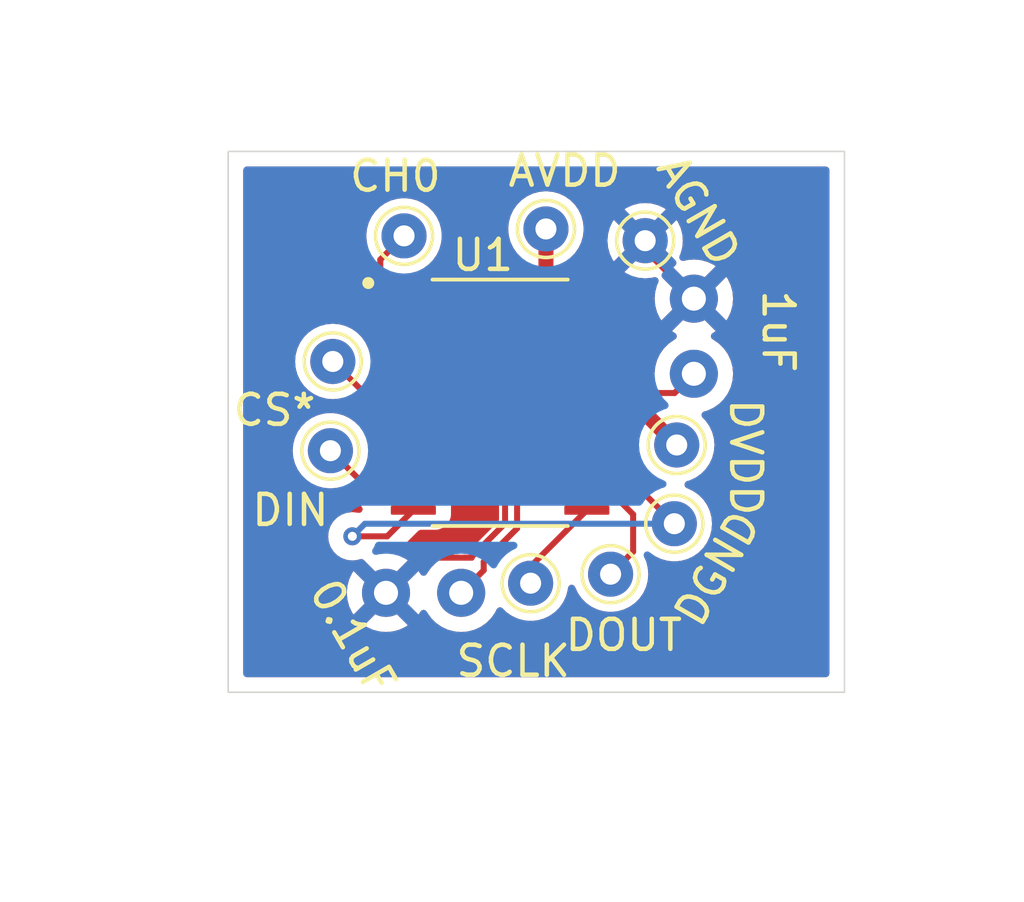
<source format=kicad_pcb>
(kicad_pcb (version 20240108) (generator "pcbnew") (generator_version "8.0")
  (layers (0 "F.Cu" signal) (31 "B.Cu" signal) (34 "B.Paste" user) (35 "F.Paste" user) (36 "B.SilkS" user "B.Silkscreen") (37 "F.SilkS" user "F.Silkscreen") (38 "B.Mask" user) (39 "F.Mask" user) (44 "Edge.Cuts" user))
  (net 0 "")
  (net 5 "Net-(U1-AVDD1)")
  (net 6 "Net-(U1-CH0)")
  (net 7 "Net-(U1-~{CS})")
  (net 8 "Net-(U1-DIN)")
  (net 9 "Net-(U1-DOUT)")
  (net 10 "Net-(U1-DVDD)")
  (net 11 "Net-(U1-REF)")
  (net 12 "Net-(U1-REFCAP)")
  (net 13 "Net-(U1-SCLK)")
  (net 14 "GND")
  (net 15 "Net-(U1-DGND)")
  (footprint "TestPoint:TestPoint_THTPad_D1.5mm_Drill0.7mm" (layer "F.Cu") (at 105.4 93.46)
    (property "Reference" "DIN" (at -1.33 1.98 0) (layer "F.SilkS"))
    (property "Value" "TestPoint" (hide yes))
    (fp_circle (center 0 0) (end 0 0.95) (stroke (width 0.12)) (fill none) (layer "F.SilkS"))
    (pad "1" thru_hole circle (at 0 0) (size 1.5 1.5) (drill 0.7) (layers "*.Cu" "*.Mask") (net 8 "Net-(U1-DIN)"))
  )
  (footprint "TestPoint:TestPoint_THTPad_D1.5mm_Drill0.7mm" (layer "F.Cu") (at 116.92 93.27)
    (property "Reference" "DVDD" (at 2.3 0.41 270) (layer "F.SilkS"))
    (property "Value" "TestPoint" (hide yes))
    (fp_circle (center 0 0) (end 0 0.95) (stroke (width 0.12)) (fill none) (layer "F.SilkS"))
    (pad "1" thru_hole circle (at 0 0) (size 1.5 1.5) (drill 0.7) (layers "*.Cu" "*.Mask") (net 10 "Net-(U1-DVDD)"))
  )
  (footprint "Capacitor_THT:C_Radial_D6.3mm_H5.0mm_P2.50mm" (layer "F.Cu") (at 107.25 98.19)
    (property "Reference" "C1" (hide yes))
    (property "Value" "0.1uF" (at -1.1 1.48 120) (layer "F.SilkS"))
    (pad "1" thru_hole circle (at 0 0) (size 1.6 1.6) (drill 0.8) (layers "*.Cu" "*.Mask") (net 14 "GND"))
    (pad "2" thru_hole circle (at 2.5 0) (size 1.6 1.6) (drill 0.8) (layers "*.Cu" "*.Mask") (net 11 "Net-(U1-REF)"))
  )
  (footprint "TestPoint:TestPoint_THTPad_D1.5mm_Drill0.7mm" (layer "F.Cu") (at 105.48 90.49)
    (property "Reference" "CS*" (at -1.94 1.62 0) (layer "F.SilkS"))
    (property "Value" "TestPoint" (hide yes))
    (fp_circle (center 0 0) (end 0 0.95) (stroke (width 0.12)) (fill none) (layer "F.SilkS"))
    (pad "1" thru_hole circle (at 0 0) (size 1.5 1.5) (drill 0.7) (layers "*.Cu" "*.Mask") (net 7 "Net-(U1-~{CS})"))
  )
  (footprint "TestPoint:TestPoint_THTPad_D1.5mm_Drill0.7mm" (layer "F.Cu") (at 112.06 97.87)
    (property "Reference" "SCLK" (at -0.58 2.59 180) (layer "F.SilkS"))
    (property "Value" "TestPoint" (hide yes))
    (fp_circle (center 0 0) (end 0 0.95) (stroke (width 0.12)) (fill none) (layer "F.SilkS"))
    (pad "1" thru_hole circle (at 0 0) (size 1.5 1.5) (drill 0.7) (layers "*.Cu" "*.Mask") (net 13 "Net-(U1-SCLK)"))
  )
  (footprint "TestPoint:TestPoint_THTPad_D1.5mm_Drill0.7mm" (layer "F.Cu") (at 116.84 95.89)
    (property "Reference" "DGND" (at 1.44 1.49 240) (layer "F.SilkS"))
    (property "Value" "~" (hide yes))
    (fp_circle (center 0 0) (end 0 0.95) (stroke (width 0.12)) (fill none) (layer "F.SilkS"))
    (pad "1" thru_hole circle (at 0 0) (size 1.5 1.5) (drill 0.7) (layers "*.Cu" "*.Mask") (net 15 "Net-(U1-DGND)"))
  )
  (footprint "TestPoint:TestPoint_THTPad_D1.5mm_Drill0.7mm" (layer "F.Cu") (at 112.57 86.08)
    (property "Reference" "AVDD" (at 0.62 -1.93 0) (layer "F.SilkS"))
    (property "Value" "TestPoint" (hide yes))
    (fp_circle (center 0 0) (end 0 0.95) (stroke (width 0.12)) (fill none) (layer "F.SilkS"))
    (pad "1" thru_hole circle (at 0 0) (size 1.5 1.5) (drill 0.7) (layers "*.Cu" "*.Mask") (net 5 "Net-(U1-AVDD1)"))
  )
  (footprint "TestPoint:TestPoint_THTPad_D1.5mm_Drill0.7mm" (layer "F.Cu") (at 114.72 97.57)
    (property "Reference" "DOUT" (at 0.44 2.03 180) (layer "F.SilkS"))
    (property "Value" "TestPoint" (hide yes))
    (fp_circle (center 0 0) (end 0 0.95) (stroke (width 0.12)) (fill none) (layer "F.SilkS"))
    (pad "1" thru_hole circle (at 0 0) (size 1.5 1.5) (drill 0.7) (layers "*.Cu" "*.Mask") (net 9 "Net-(U1-DOUT)"))
  )
  (footprint "MAX1032:SOP65P640X110-24N" (layer "F.Cu") (at 111.045 91.865)
    (property "Reference" "U1" (at -0.575 -4.912 0) (layer "F.SilkS"))
    (property "Value" "MAX1032BEUG_")
    (fp_line (start -2.25 -4.1) (end 2.25 -4.1) (stroke (width 0.127)) (layer "F.SilkS"))
    (fp_line (start -2.25 4.1) (end 2.25 4.1) (stroke (width 0.127)) (layer "F.SilkS"))
    (fp_circle (center -4.385 -3.985) (end -4.285 -3.985) (stroke (width 0.2)) (fill none) (layer "F.SilkS"))
    (pad "1" smd roundrect (at -2.885 -3.575) (size 1.5 0.3) (layers "F.Cu" "F.Paste" "F.Mask") (roundrect_rratio 0.125) (net 5 "Net-(U1-AVDD1)"))
    (pad "2" smd roundrect (at -2.885 -2.925) (size 1.5 0.3) (layers "F.Cu" "F.Paste" "F.Mask") (roundrect_rratio 0.125) (net 6 "Net-(U1-CH0)"))
    (pad "3" smd roundrect (at -2.885 -2.275) (size 1.5 0.3) (layers "F.Cu" "F.Paste" "F.Mask") (roundrect_rratio 0.125) (net 14 "GND"))
    (pad "4" smd roundrect (at -2.885 -1.625) (size 1.5 0.3) (layers "F.Cu" "F.Paste" "F.Mask") (roundrect_rratio 0.125) (net 14 "GND"))
    (pad "5" smd roundrect (at -2.885 -0.975) (size 1.5 0.3) (layers "F.Cu" "F.Paste" "F.Mask") (roundrect_rratio 0.125) (net 14 "GND"))
    (pad "6" smd roundrect (at -2.885 -0.325) (size 1.5 0.3) (layers "F.Cu" "F.Paste" "F.Mask") (roundrect_rratio 0.125))
    (pad "7" smd roundrect (at -2.885 0.325) (size 1.5 0.3) (layers "F.Cu" "F.Paste" "F.Mask") (roundrect_rratio 0.125))
    (pad "8" smd roundrect (at -2.885 0.975) (size 1.5 0.3) (layers "F.Cu" "F.Paste" "F.Mask") (roundrect_rratio 0.125))
    (pad "9" smd roundrect (at -2.885 1.625) (size 1.5 0.3) (layers "F.Cu" "F.Paste" "F.Mask") (roundrect_rratio 0.125))
    (pad "10" smd roundrect (at -2.885 2.275) (size 1.5 0.3) (layers "F.Cu" "F.Paste" "F.Mask") (roundrect_rratio 0.125) (net 7 "Net-(U1-~{CS})"))
    (pad "11" smd roundrect (at -2.885 2.925) (size 1.5 0.3) (layers "F.Cu" "F.Paste" "F.Mask") (roundrect_rratio 0.125) (net 8 "Net-(U1-DIN)"))
    (pad "12" smd roundrect (at -2.885 3.575) (size 1.5 0.3) (layers "F.Cu" "F.Paste" "F.Mask") (roundrect_rratio 0.125) (net 15 "Net-(U1-DGND)"))
    (pad "13" smd roundrect (at 2.885 3.575) (size 1.5 0.3) (layers "F.Cu" "F.Paste" "F.Mask") (roundrect_rratio 0.125) (net 13 "Net-(U1-SCLK)"))
    (pad "14" smd roundrect (at 2.885 2.925) (size 1.5 0.3) (layers "F.Cu" "F.Paste" "F.Mask") (roundrect_rratio 0.125) (net 9 "Net-(U1-DOUT)"))
    (pad "15" smd roundrect (at 2.885 2.275) (size 1.5 0.3) (layers "F.Cu" "F.Paste" "F.Mask") (roundrect_rratio 0.125) (net 15 "Net-(U1-DGND)"))
    (pad "16" smd roundrect (at 2.885 1.625) (size 1.5 0.3) (layers "F.Cu" "F.Paste" "F.Mask") (roundrect_rratio 0.125) (net 15 "Net-(U1-DGND)"))
    (pad "17" smd roundrect (at 2.885 0.975) (size 1.5 0.3) (layers "F.Cu" "F.Paste" "F.Mask") (roundrect_rratio 0.125) (net 10 "Net-(U1-DVDD)"))
    (pad "18" smd roundrect (at 2.885 0.325) (size 1.5 0.3) (layers "F.Cu" "F.Paste" "F.Mask") (roundrect_rratio 0.125) (net 10 "Net-(U1-DVDD)"))
    (pad "19" smd roundrect (at 2.885 -0.325) (size 1.5 0.3) (layers "F.Cu" "F.Paste" "F.Mask") (roundrect_rratio 0.125) (net 12 "Net-(U1-REFCAP)"))
    (pad "20" smd roundrect (at 2.885 -0.975) (size 1.5 0.3) (layers "F.Cu" "F.Paste" "F.Mask") (roundrect_rratio 0.125) (net 11 "Net-(U1-REF)"))
    (pad "21" smd roundrect (at 2.885 -1.625) (size 1.5 0.3) (layers "F.Cu" "F.Paste" "F.Mask") (roundrect_rratio 0.125) (net 14 "GND"))
    (pad "22" smd roundrect (at 2.885 -2.275) (size 1.5 0.3) (layers "F.Cu" "F.Paste" "F.Mask") (roundrect_rratio 0.125) (net 5 "Net-(U1-AVDD1)"))
    (pad "23" smd roundrect (at 2.885 -2.925) (size 1.5 0.3) (layers "F.Cu" "F.Paste" "F.Mask") (roundrect_rratio 0.125) (net 14 "GND"))
    (pad "24" smd roundrect (at 2.885 -3.575) (size 1.5 0.3) (layers "F.Cu" "F.Paste" "F.Mask") (roundrect_rratio 0.125) (net 14 "GND"))
  )
  (footprint "Capacitor_THT:C_Radial_D6.3mm_H5.0mm_P2.50mm" (layer "F.Cu") (at 117.49 90.9 90)
    (property "Reference" "C2" (hide yes))
    (property "Value" "1uF" (at 1.41 2.81 270) (layer "F.SilkS"))
    (pad "1" thru_hole circle (at 0 0 90) (size 1.6 1.6) (drill 0.8) (layers "*.Cu" "*.Mask") (net 12 "Net-(U1-REFCAP)"))
    (pad "2" thru_hole circle (at 2.5 0 90) (size 1.6 1.6) (drill 0.8) (layers "*.Cu" "*.Mask") (net 14 "GND"))
  )
  (footprint "TestPoint:TestPoint_THTPad_D1.5mm_Drill0.7mm" (layer "F.Cu") (at 107.85 86.31)
    (property "Reference" "CH0" (at -0.29 -1.99 0) (layer "F.SilkS"))
    (property "Value" "TestPoint" (hide yes))
    (fp_circle (center 0 0) (end 0 0.95) (stroke (width 0.12)) (fill none) (layer "F.SilkS"))
    (pad "1" thru_hole circle (at 0 0) (size 1.5 1.5) (drill 0.7) (layers "*.Cu" "*.Mask") (net 6 "Net-(U1-CH0)"))
  )
  (footprint "TestPoint:TestPoint_THTPad_D1.5mm_Drill0.7mm" (layer "F.Cu") (at 115.87 86.47)
    (property "Reference" "AGND" (at 1.77 -1 120) (layer "F.SilkS"))
    (property "Value" "~" (hide yes))
    (fp_circle (center 0 0) (end 0 0.95) (stroke (width 0.12)) (fill none) (layer "F.SilkS"))
    (pad "1" thru_hole circle (at 0 0) (size 1.5 1.5) (drill 0.7) (layers "*.Cu" "*.Mask") (net 14 "GND"))
  )
  (gr_rect (start 102 83.5) (end 122.5 101.5) (stroke (width 0.05)) (fill none) (layer "Edge.Cuts"))
  (segment (start 113.229336 89.59) (end 113.93 89.59) (width 0.5) (layer "F.Cu") (net 5))
  (segment (start 108.16 88.29) (end 111.929336 88.29) (width 0.5) (layer "F.Cu") (net 5))
  (segment (start 112.57 86.08) (end 112.57 87.649336) (width 0.5) (layer "F.Cu") (net 5))
  (segment (start 112.57 87.649336) (end 111.929336 88.29) (width 0.5) (layer "F.Cu") (net 5))
  (segment (start 111.929336 88.29) (end 113.229336 89.59) (width 0.5) (layer "F.Cu") (net 5))
  (segment (start 107.85 86.31) (end 107.06 87.1) (width 0.2) (layer "F.Cu") (net 6))
  (segment (start 107.06 88.540664) (end 107.459336 88.94) (width 0.2) (layer "F.Cu") (net 6))
  (segment (start 107.06 87.1) (end 107.06 88.540664) (width 0.2) (layer "F.Cu") (net 6))
  (segment (start 107.459336 88.94) (end 108.16 88.94) (width 0.2) (layer "F.Cu") (net 6))
  (segment (start 107.506664 94.14) (end 108.16 94.14) (width 0.2) (layer "F.Cu") (net 7))
  (segment (start 107.11 93.743336) (end 107.506664 94.14) (width 0.2) (layer "F.Cu") (net 7))
  (segment (start 105.48 90.49) (end 107.11 92.12) (width 0.2) (layer "F.Cu") (net 7))
  (segment (start 107.11 92.12) (end 107.11 93.743336) (width 0.2) (layer "F.Cu") (net 7))
  (segment (start 106.73 94.79) (end 108.16 94.79) (width 0.2) (layer "F.Cu") (net 8))
  (segment (start 105.4 93.46) (end 106.73 94.79) (width 0.2) (layer "F.Cu") (net 8))
  (segment (start 114.72 97.57) (end 115.47 96.82) (width 0.2) (layer "F.Cu") (net 9))
  (segment (start 114.68 94.79) (end 113.93 94.79) (width 0.2) (layer "F.Cu") (net 9))
  (segment (start 115.47 96.82) (end 115.47 95.58) (width 0.2) (layer "F.Cu") (net 9))
  (segment (start 115.47 95.58) (end 114.68 94.79) (width 0.2) (layer "F.Cu") (net 9))
  (segment (start 116.92 93.27) (end 116.49 92.84) (width 0.2) (layer "F.Cu") (net 10))
  (segment (start 115.84 92.19) (end 113.93 92.19) (width 0.5) (layer "F.Cu") (net 10))
  (segment (start 113.93 92.19) (end 113.93 92.84) (width 0.5) (layer "F.Cu") (net 10))
  (segment (start 116.92 93.27) (end 115.84 92.19) (width 0.5) (layer "F.Cu") (net 10))
  (segment (start 111.94 90.89) (end 113.93 90.89) (width 0.2) (layer "F.Cu") (net 11))
  (segment (start 110.5 97.155686) (end 111.61 96.045686) (width 0.2) (layer "F.Cu") (net 11))
  (segment (start 109.75 98.19) (end 110.5 97.44) (width 0.2) (layer "F.Cu") (net 11))
  (segment (start 111.61 96.045686) (end 111.61 91.22) (width 0.2) (layer "F.Cu") (net 11))
  (segment (start 110.5 97.44) (end 110.5 97.155686) (width 0.2) (layer "F.Cu") (net 11))
  (segment (start 111.61 91.22) (end 111.94 90.89) (width 0.2) (layer "F.Cu") (net 11))
  (segment (start 116.85 91.54) (end 113.93 91.54) (width 0.2) (layer "F.Cu") (net 12))
  (segment (start 117.49 90.9) (end 116.85 91.54) (width 0.2) (layer "F.Cu") (net 12))
  (segment (start 112.06 97.31) (end 112.06 97.87) (width 0.2) (layer "F.Cu") (net 13))
  (segment (start 113.93 95.44) (end 112.06 97.31) (width 0.2) (layer "F.Cu") (net 13))
  (segment (start 114.68 90.24) (end 113.93 90.24) (width 0.2) (layer "F.Cu") (net 14))
  (segment (start 107.25 98.19) (end 108.42 97.02) (width 0.2) (layer "F.Cu") (net 14))
  (segment (start 114.76 90.24) (end 113.93 90.24) (width 0.2) (layer "F.Cu") (net 14))
  (segment (start 114.98 90.02) (end 114.76 90.24) (width 0.2) (layer "F.Cu") (net 14))
  (segment (start 108.16 90.89) (end 108.16 90.24) (width 0.2) (layer "F.Cu") (net 14))
  (segment (start 114.05 88.29) (end 113.93 88.29) (width 0.2) (layer "F.Cu") (net 14))
  (segment (start 111.21 95.88) (end 111.21 90.83) (width 0.2) (layer "F.Cu") (net 14))
  (segment (start 108.16 89.59) (end 108.81 90.24) (width 0.2) (layer "F.Cu") (net 14))
  (segment (start 108.81 90.24) (end 113.93 90.24) (width 0.2) (layer "F.Cu") (net 14))
  (segment (start 114.98 89.289336) (end 114.98 90.02) (width 0.2) (layer "F.Cu") (net 14))
  (segment (start 114.630664 88.94) (end 114.98 89.289336) (width 0.2) (layer "F.Cu") (net 14))
  (segment (start 110.1 96.99) (end 111.21 95.88) (width 0.2) (layer "F.Cu") (net 14))
  (segment (start 111.8 90.24) (end 113.93 90.24) (width 0.2) (layer "F.Cu") (net 14))
  (segment (start 113.93 88.29) (end 113.93 88.94) (width 0.2) (layer "F.Cu") (net 14))
  (segment (start 111.21 90.83) (end 111.8 90.24) (width 0.2) (layer "F.Cu") (net 14))
  (segment (start 108.16 90.24) (end 108.16 89.59) (width 0.2) (layer "F.Cu") (net 14))
  (segment (start 108.42 97.02) (end 110.1 97.02) (width 0.2) (layer "F.Cu") (net 14))
  (segment (start 115.87 86.78) (end 115.87 86.47) (width 0.2) (layer "F.Cu") (net 14))
  (segment (start 110.1 97.02) (end 110.1 96.99) (width 0.2) (layer "F.Cu") (net 14))
  (segment (start 113.93 88.94) (end 114.630664 88.94) (width 0.2) (layer "F.Cu") (net 14))
  (segment (start 117.49 88.4) (end 115.87 86.78) (width 0.2) (layer "F.Cu") (net 14))
  (segment (start 115.87 86.47) (end 114.05 88.29) (width 0.2) (layer "F.Cu") (net 14))
  (segment (start 107.29 96.31) (end 108.16 95.44) (width 0.2) (layer "F.Cu") (net 15))
  (segment (start 113.93 93.49) (end 113.93 94.14) (width 0.2) (layer "F.Cu") (net 15))
  (segment (start 116.84 95.89) (end 114.44 93.49) (width 0.2) (layer "F.Cu") (net 15))
  (segment (start 114.44 93.49) (end 113.93 93.49) (width 0.2) (layer "F.Cu") (net 15))
  (segment (start 106.13 96.31) (end 107.29 96.31) (width 0.2) (layer "F.Cu") (net 15))
  (via (at 106.13 96.31) (size 0.6) (drill 0.3) (layers "F.Cu" "B.Cu") (net 15))
  (segment (start 106.13 96.31) (end 106.55 95.89) (width 0.2) (layer "B.Cu") (net 15))
  (segment (start 106.55 95.89) (end 116.84 95.89) (width 0.2) (layer "B.Cu") (net 15))
  (zone (net 14) (net_name "GND") (layers "F&B.Cu") (connect_pads (clearance 0.5)) (min_thickness 0.25) (fill yes (thermal_gap 0.5) (thermal_bridge_width 0.5))
    (polygon (pts (xy 128.36 78.46) (xy 128.48 103.48) (xy 94.41 103.82) (xy 95.41 79.04)))
  )
)
</source>
